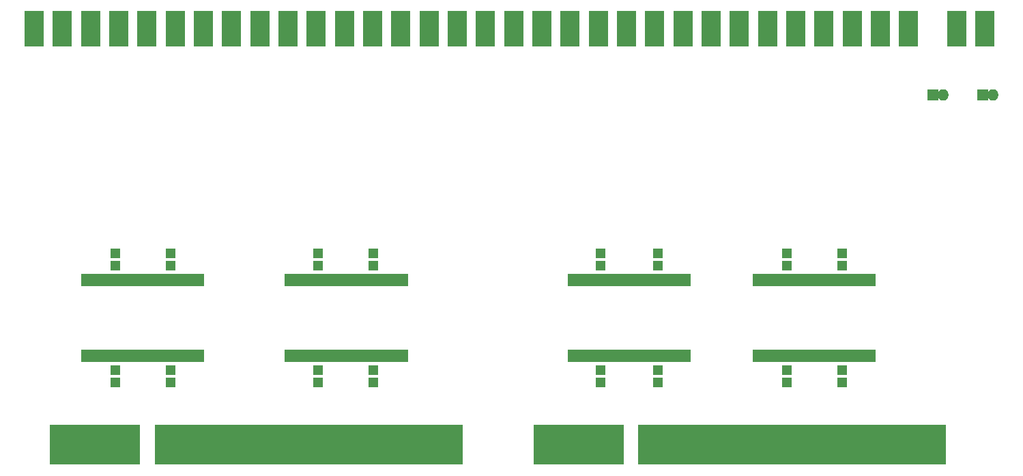
<source format=gbs>
G04 #@! TF.GenerationSoftware,KiCad,Pcbnew,(2018-02-14 revision 6afdf1cf8)-makepkg*
G04 #@! TF.CreationDate,2018-05-17T19:59:26-07:00*
G04 #@! TF.ProjectId,register-card,72656769737465722D636172642E6B69,rev?*
G04 #@! TF.SameCoordinates,Original*
G04 #@! TF.FileFunction,Soldermask,Bot*
G04 #@! TF.FilePolarity,Negative*
%FSLAX46Y46*%
G04 Gerber Fmt 4.6, Leading zero omitted, Abs format (unit mm)*
G04 Created by KiCad (PCBNEW (2018-02-14 revision 6afdf1cf8)-makepkg) date 05/17/18 19:59:26*
%MOMM*%
%LPD*%
G01*
G04 APERTURE LIST*
%ADD10R,1.300000X5.000000*%
%ADD11R,2.400000X4.400000*%
%ADD12R,1.400000X1.400000*%
%ADD13O,1.400000X1.400000*%
%ADD14R,1.150000X1.200000*%
%ADD15R,0.800000X1.600000*%
G04 APERTURE END LIST*
D10*
X47548800Y-178638200D03*
X48548800Y-178638200D03*
X49548800Y-178638200D03*
X50548800Y-178638200D03*
X51548800Y-178638200D03*
X52548800Y-178638200D03*
X53548800Y-178638200D03*
X54548800Y-178638200D03*
X55548800Y-178638200D03*
X56548800Y-178638200D03*
X57548800Y-178638200D03*
X60548800Y-178638200D03*
X61548800Y-178638200D03*
X62548800Y-178638200D03*
X63548800Y-178638200D03*
X64548800Y-178638200D03*
X65548800Y-178638200D03*
X66548800Y-178638200D03*
X67548800Y-178638200D03*
X68548800Y-178638200D03*
X69548800Y-178638200D03*
X70548800Y-178638200D03*
X71548800Y-178638200D03*
X72548800Y-178638200D03*
X73548800Y-178638200D03*
X74548800Y-178638200D03*
X75548800Y-178638200D03*
X76548800Y-178638200D03*
X77548800Y-178638200D03*
X78548800Y-178638200D03*
X79548800Y-178638200D03*
X80548800Y-178638200D03*
X81548800Y-178638200D03*
X82548800Y-178638200D03*
X83548800Y-178638200D03*
X84548800Y-178638200D03*
X85548800Y-178638200D03*
X86548800Y-178638200D03*
X87548800Y-178638200D03*
X88548800Y-178638200D03*
X89548800Y-178638200D03*
X90548800Y-178638200D03*
X91548800Y-178638200D03*
X92548800Y-178638200D03*
X93548800Y-178638200D03*
X94548800Y-178638200D03*
X95548800Y-178638200D03*
X96548800Y-178638200D03*
X97548800Y-178638200D03*
X107548800Y-178638200D03*
X120548800Y-178638200D03*
X108548800Y-178638200D03*
X109548800Y-178638200D03*
X110548800Y-178638200D03*
X111548800Y-178638200D03*
X112548800Y-178638200D03*
X113548800Y-178638200D03*
X114548800Y-178638200D03*
X115548800Y-178638200D03*
X116548800Y-178638200D03*
X117548800Y-178638200D03*
X121548800Y-178638200D03*
X122548800Y-178638200D03*
X123548800Y-178638200D03*
X124548800Y-178638200D03*
X125548800Y-178638200D03*
X126548800Y-178638200D03*
X127548800Y-178638200D03*
X128548800Y-178638200D03*
X129548800Y-178638200D03*
X130548800Y-178638200D03*
X131548800Y-178638200D03*
X132548800Y-178638200D03*
X133548800Y-178638200D03*
X134548800Y-178638200D03*
X135548800Y-178638200D03*
X136548800Y-178638200D03*
X137548800Y-178638200D03*
X138548800Y-178638200D03*
X139548800Y-178638200D03*
X140548800Y-178638200D03*
X141548800Y-178638200D03*
X142548800Y-178638200D03*
X143548800Y-178638200D03*
X144548800Y-178638200D03*
X145548800Y-178638200D03*
X146548800Y-178638200D03*
X147548800Y-178638200D03*
X148548800Y-178638200D03*
X149548800Y-178638200D03*
X150548800Y-178638200D03*
X151548800Y-178638200D03*
X152548800Y-178638200D03*
X153548800Y-178638200D03*
X154548800Y-178638200D03*
X155548800Y-178638200D03*
X156548800Y-178638200D03*
X157548800Y-178638200D03*
D11*
X45000000Y-127105416D03*
X48500000Y-127105416D03*
X52000000Y-127105416D03*
X55500000Y-127105416D03*
X59000000Y-127105416D03*
X62500000Y-127105416D03*
X66000000Y-127105416D03*
X69500000Y-127105416D03*
X73000000Y-127105416D03*
X76500000Y-127105416D03*
X80000000Y-127105416D03*
X83500000Y-127105416D03*
X87000000Y-127105416D03*
X90500000Y-127105416D03*
X94000000Y-127105416D03*
X97500000Y-127105416D03*
X101000000Y-127105416D03*
X104500000Y-127105416D03*
X108000000Y-127105416D03*
X111500000Y-127105416D03*
X115000000Y-127105416D03*
X118500000Y-127105416D03*
X122000000Y-127105416D03*
X125500000Y-127105416D03*
X129000000Y-127105416D03*
X132500000Y-127105416D03*
X136000000Y-127105416D03*
X139500000Y-127105416D03*
X143000000Y-127105416D03*
X146500000Y-127105416D03*
X150000000Y-127105416D03*
X153500000Y-127105416D03*
X159512000Y-127101600D03*
X162991800Y-127101600D03*
D12*
X162725000Y-135300000D03*
D13*
X163995000Y-135300000D03*
D12*
X156550000Y-135300000D03*
D13*
X157820000Y-135300000D03*
D14*
X115316000Y-170918000D03*
X115316000Y-169418000D03*
X122428000Y-169418000D03*
X122428000Y-170918000D03*
X115316000Y-154964000D03*
X115316000Y-156464000D03*
X122428000Y-156464000D03*
X122428000Y-154964000D03*
X55118000Y-170918000D03*
X55118000Y-169418000D03*
X61976000Y-169418000D03*
X61976000Y-170918000D03*
X55118000Y-154964000D03*
X55118000Y-156464000D03*
X61976000Y-156464000D03*
X61976000Y-154964000D03*
X80264000Y-170918000D03*
X80264000Y-169418000D03*
X87122000Y-169418000D03*
X87122000Y-170918000D03*
X80264000Y-154964000D03*
X80264000Y-156464000D03*
X87122000Y-156464000D03*
X87122000Y-154964000D03*
X138430000Y-170918000D03*
X138430000Y-169418000D03*
X145288000Y-169418000D03*
X145288000Y-170918000D03*
X138430000Y-154964000D03*
X138430000Y-156464000D03*
X145288000Y-156464000D03*
X145288000Y-154964000D03*
D15*
X126145240Y-158240000D03*
X125510240Y-158240000D03*
X124875240Y-158240000D03*
X124240240Y-158240000D03*
X123605240Y-158240000D03*
X122970240Y-158240000D03*
X122335240Y-158240000D03*
X121700240Y-158240000D03*
X121065240Y-158240000D03*
X120430240Y-158240000D03*
X119795240Y-158240000D03*
X119160240Y-158240000D03*
X118525240Y-158240000D03*
X117890240Y-158240000D03*
X117255240Y-158240000D03*
X116620240Y-158240000D03*
X115985240Y-158240000D03*
X115350240Y-158240000D03*
X114715240Y-158240000D03*
X114080240Y-158240000D03*
X113445240Y-158240000D03*
X112810240Y-158240000D03*
X112175240Y-158240000D03*
X111540240Y-158240000D03*
X111540240Y-167640000D03*
X112175240Y-167640000D03*
X112810240Y-167640000D03*
X113445240Y-167640000D03*
X114080240Y-167640000D03*
X114715240Y-167640000D03*
X115350240Y-167640000D03*
X115985240Y-167640000D03*
X116620240Y-167640000D03*
X117255240Y-167640000D03*
X117890240Y-167640000D03*
X118525240Y-167640000D03*
X119160240Y-167640000D03*
X119795240Y-167640000D03*
X120430240Y-167640000D03*
X121065240Y-167640000D03*
X121700240Y-167640000D03*
X122335240Y-167640000D03*
X122970240Y-167640000D03*
X123605240Y-167640000D03*
X124240240Y-167640000D03*
X124875240Y-167640000D03*
X125510240Y-167640000D03*
X126145240Y-167640000D03*
X65786000Y-158240000D03*
X65151000Y-158240000D03*
X64516000Y-158240000D03*
X63881000Y-158240000D03*
X63246000Y-158240000D03*
X62611000Y-158240000D03*
X61976000Y-158240000D03*
X61341000Y-158240000D03*
X60706000Y-158240000D03*
X60071000Y-158240000D03*
X59436000Y-158240000D03*
X58801000Y-158240000D03*
X58166000Y-158240000D03*
X57531000Y-158240000D03*
X56896000Y-158240000D03*
X56261000Y-158240000D03*
X55626000Y-158240000D03*
X54991000Y-158240000D03*
X54356000Y-158240000D03*
X53721000Y-158240000D03*
X53086000Y-158240000D03*
X52451000Y-158240000D03*
X51816000Y-158240000D03*
X51181000Y-158240000D03*
X51181000Y-167640000D03*
X51816000Y-167640000D03*
X52451000Y-167640000D03*
X53086000Y-167640000D03*
X53721000Y-167640000D03*
X54356000Y-167640000D03*
X54991000Y-167640000D03*
X55626000Y-167640000D03*
X56261000Y-167640000D03*
X56896000Y-167640000D03*
X57531000Y-167640000D03*
X58166000Y-167640000D03*
X58801000Y-167640000D03*
X59436000Y-167640000D03*
X60071000Y-167640000D03*
X60706000Y-167640000D03*
X61341000Y-167640000D03*
X61976000Y-167640000D03*
X62611000Y-167640000D03*
X63246000Y-167640000D03*
X63881000Y-167640000D03*
X64516000Y-167640000D03*
X65151000Y-167640000D03*
X65786000Y-167640000D03*
X149098000Y-167640000D03*
X148463000Y-167640000D03*
X147828000Y-167640000D03*
X147193000Y-167640000D03*
X146558000Y-167640000D03*
X145923000Y-167640000D03*
X145288000Y-167640000D03*
X144653000Y-167640000D03*
X144018000Y-167640000D03*
X143383000Y-167640000D03*
X142748000Y-167640000D03*
X142113000Y-167640000D03*
X141478000Y-167640000D03*
X140843000Y-167640000D03*
X140208000Y-167640000D03*
X139573000Y-167640000D03*
X138938000Y-167640000D03*
X138303000Y-167640000D03*
X137668000Y-167640000D03*
X137033000Y-167640000D03*
X136398000Y-167640000D03*
X135763000Y-167640000D03*
X135128000Y-167640000D03*
X134493000Y-167640000D03*
X134493000Y-158240000D03*
X135128000Y-158240000D03*
X135763000Y-158240000D03*
X136398000Y-158240000D03*
X137033000Y-158240000D03*
X137668000Y-158240000D03*
X138303000Y-158240000D03*
X138938000Y-158240000D03*
X139573000Y-158240000D03*
X140208000Y-158240000D03*
X140843000Y-158240000D03*
X141478000Y-158240000D03*
X142113000Y-158240000D03*
X142748000Y-158240000D03*
X143383000Y-158240000D03*
X144018000Y-158240000D03*
X144653000Y-158240000D03*
X145288000Y-158240000D03*
X145923000Y-158240000D03*
X146558000Y-158240000D03*
X147193000Y-158240000D03*
X147828000Y-158240000D03*
X148463000Y-158240000D03*
X149098000Y-158240000D03*
X91059000Y-167642000D03*
X90424000Y-167642000D03*
X89789000Y-167642000D03*
X89154000Y-167642000D03*
X88519000Y-167642000D03*
X87884000Y-167642000D03*
X87249000Y-167642000D03*
X86614000Y-167642000D03*
X85979000Y-167642000D03*
X85344000Y-167642000D03*
X84709000Y-167642000D03*
X84074000Y-167642000D03*
X83439000Y-167642000D03*
X82804000Y-167642000D03*
X82169000Y-167642000D03*
X81534000Y-167642000D03*
X80899000Y-167642000D03*
X80264000Y-167642000D03*
X79629000Y-167642000D03*
X78994000Y-167642000D03*
X78359000Y-167642000D03*
X77724000Y-167642000D03*
X77089000Y-167642000D03*
X76454000Y-167642000D03*
X76454000Y-158242000D03*
X77089000Y-158242000D03*
X77724000Y-158242000D03*
X78359000Y-158242000D03*
X78994000Y-158242000D03*
X79629000Y-158242000D03*
X80264000Y-158242000D03*
X80899000Y-158242000D03*
X81534000Y-158242000D03*
X82169000Y-158242000D03*
X82804000Y-158242000D03*
X83439000Y-158242000D03*
X84074000Y-158242000D03*
X84709000Y-158242000D03*
X85344000Y-158242000D03*
X85979000Y-158242000D03*
X86614000Y-158242000D03*
X87249000Y-158242000D03*
X87884000Y-158242000D03*
X88519000Y-158242000D03*
X89154000Y-158242000D03*
X89789000Y-158242000D03*
X90424000Y-158242000D03*
X91059000Y-158242000D03*
M02*

</source>
